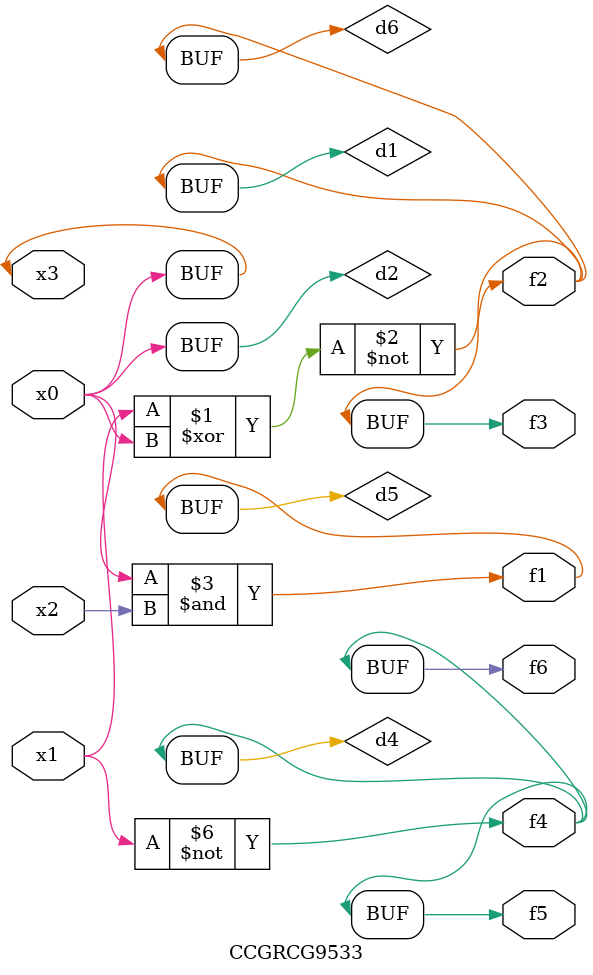
<source format=v>
module CCGRCG9533(
	input x0, x1, x2, x3,
	output f1, f2, f3, f4, f5, f6
);

	wire d1, d2, d3, d4, d5, d6;

	xnor (d1, x1, x3);
	buf (d2, x0, x3);
	nand (d3, x0, x2);
	not (d4, x1);
	nand (d5, d3);
	or (d6, d1);
	assign f1 = d5;
	assign f2 = d6;
	assign f3 = d6;
	assign f4 = d4;
	assign f5 = d4;
	assign f6 = d4;
endmodule

</source>
